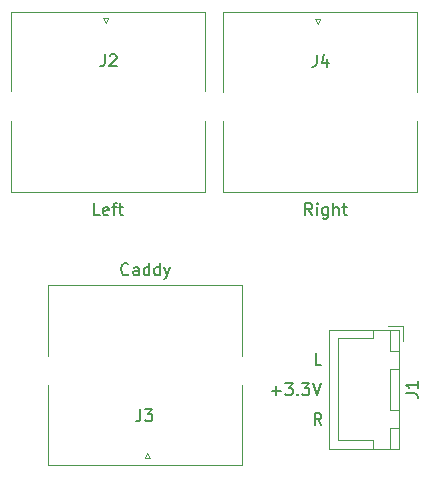
<source format=gbr>
%TF.GenerationSoftware,KiCad,Pcbnew,(6.0.6)*%
%TF.CreationDate,2022-07-09T15:22:20-05:00*%
%TF.ProjectId,Clinic_RJ45_Splitter,436c696e-6963-45f5-924a-34355f53706c,rev?*%
%TF.SameCoordinates,Original*%
%TF.FileFunction,Legend,Top*%
%TF.FilePolarity,Positive*%
%FSLAX46Y46*%
G04 Gerber Fmt 4.6, Leading zero omitted, Abs format (unit mm)*
G04 Created by KiCad (PCBNEW (6.0.6)) date 2022-07-09 15:22:20*
%MOMM*%
%LPD*%
G01*
G04 APERTURE LIST*
%ADD10C,0.150000*%
%ADD11C,0.120000*%
G04 APERTURE END LIST*
D10*
X162234523Y-102052380D02*
X161758333Y-102052380D01*
X161758333Y-101052380D01*
X143454523Y-89352380D02*
X142978333Y-89352380D01*
X142978333Y-88352380D01*
X144168809Y-89304761D02*
X144073571Y-89352380D01*
X143883095Y-89352380D01*
X143787857Y-89304761D01*
X143740238Y-89209523D01*
X143740238Y-88828571D01*
X143787857Y-88733333D01*
X143883095Y-88685714D01*
X144073571Y-88685714D01*
X144168809Y-88733333D01*
X144216428Y-88828571D01*
X144216428Y-88923809D01*
X143740238Y-89019047D01*
X144502142Y-88685714D02*
X144883095Y-88685714D01*
X144645000Y-89352380D02*
X144645000Y-88495238D01*
X144692619Y-88400000D01*
X144787857Y-88352380D01*
X144883095Y-88352380D01*
X145073571Y-88685714D02*
X145454523Y-88685714D01*
X145216428Y-88352380D02*
X145216428Y-89209523D01*
X145264047Y-89304761D01*
X145359285Y-89352380D01*
X145454523Y-89352380D01*
X161440952Y-89352380D02*
X161107619Y-88876190D01*
X160869523Y-89352380D02*
X160869523Y-88352380D01*
X161250476Y-88352380D01*
X161345714Y-88400000D01*
X161393333Y-88447619D01*
X161440952Y-88542857D01*
X161440952Y-88685714D01*
X161393333Y-88780952D01*
X161345714Y-88828571D01*
X161250476Y-88876190D01*
X160869523Y-88876190D01*
X161869523Y-89352380D02*
X161869523Y-88685714D01*
X161869523Y-88352380D02*
X161821904Y-88400000D01*
X161869523Y-88447619D01*
X161917142Y-88400000D01*
X161869523Y-88352380D01*
X161869523Y-88447619D01*
X162774285Y-88685714D02*
X162774285Y-89495238D01*
X162726666Y-89590476D01*
X162679047Y-89638095D01*
X162583809Y-89685714D01*
X162440952Y-89685714D01*
X162345714Y-89638095D01*
X162774285Y-89304761D02*
X162679047Y-89352380D01*
X162488571Y-89352380D01*
X162393333Y-89304761D01*
X162345714Y-89257142D01*
X162298095Y-89161904D01*
X162298095Y-88876190D01*
X162345714Y-88780952D01*
X162393333Y-88733333D01*
X162488571Y-88685714D01*
X162679047Y-88685714D01*
X162774285Y-88733333D01*
X163250476Y-89352380D02*
X163250476Y-88352380D01*
X163679047Y-89352380D02*
X163679047Y-88828571D01*
X163631428Y-88733333D01*
X163536190Y-88685714D01*
X163393333Y-88685714D01*
X163298095Y-88733333D01*
X163250476Y-88780952D01*
X164012380Y-88685714D02*
X164393333Y-88685714D01*
X164155238Y-88352380D02*
X164155238Y-89209523D01*
X164202857Y-89304761D01*
X164298095Y-89352380D01*
X164393333Y-89352380D01*
X158020000Y-104211428D02*
X158781904Y-104211428D01*
X158400952Y-104592380D02*
X158400952Y-103830476D01*
X159162857Y-103592380D02*
X159781904Y-103592380D01*
X159448571Y-103973333D01*
X159591428Y-103973333D01*
X159686666Y-104020952D01*
X159734285Y-104068571D01*
X159781904Y-104163809D01*
X159781904Y-104401904D01*
X159734285Y-104497142D01*
X159686666Y-104544761D01*
X159591428Y-104592380D01*
X159305714Y-104592380D01*
X159210476Y-104544761D01*
X159162857Y-104497142D01*
X160210476Y-104497142D02*
X160258095Y-104544761D01*
X160210476Y-104592380D01*
X160162857Y-104544761D01*
X160210476Y-104497142D01*
X160210476Y-104592380D01*
X160591428Y-103592380D02*
X161210476Y-103592380D01*
X160877142Y-103973333D01*
X161020000Y-103973333D01*
X161115238Y-104020952D01*
X161162857Y-104068571D01*
X161210476Y-104163809D01*
X161210476Y-104401904D01*
X161162857Y-104497142D01*
X161115238Y-104544761D01*
X161020000Y-104592380D01*
X160734285Y-104592380D01*
X160639047Y-104544761D01*
X160591428Y-104497142D01*
X161496190Y-103592380D02*
X161829523Y-104592380D01*
X162162857Y-103592380D01*
X162234523Y-107132380D02*
X161901190Y-106656190D01*
X161663095Y-107132380D02*
X161663095Y-106132380D01*
X162044047Y-106132380D01*
X162139285Y-106180000D01*
X162186904Y-106227619D01*
X162234523Y-106322857D01*
X162234523Y-106465714D01*
X162186904Y-106560952D01*
X162139285Y-106608571D01*
X162044047Y-106656190D01*
X161663095Y-106656190D01*
X145891428Y-94337142D02*
X145843809Y-94384761D01*
X145700952Y-94432380D01*
X145605714Y-94432380D01*
X145462857Y-94384761D01*
X145367619Y-94289523D01*
X145320000Y-94194285D01*
X145272380Y-94003809D01*
X145272380Y-93860952D01*
X145320000Y-93670476D01*
X145367619Y-93575238D01*
X145462857Y-93480000D01*
X145605714Y-93432380D01*
X145700952Y-93432380D01*
X145843809Y-93480000D01*
X145891428Y-93527619D01*
X146748571Y-94432380D02*
X146748571Y-93908571D01*
X146700952Y-93813333D01*
X146605714Y-93765714D01*
X146415238Y-93765714D01*
X146320000Y-93813333D01*
X146748571Y-94384761D02*
X146653333Y-94432380D01*
X146415238Y-94432380D01*
X146320000Y-94384761D01*
X146272380Y-94289523D01*
X146272380Y-94194285D01*
X146320000Y-94099047D01*
X146415238Y-94051428D01*
X146653333Y-94051428D01*
X146748571Y-94003809D01*
X147653333Y-94432380D02*
X147653333Y-93432380D01*
X147653333Y-94384761D02*
X147558095Y-94432380D01*
X147367619Y-94432380D01*
X147272380Y-94384761D01*
X147224761Y-94337142D01*
X147177142Y-94241904D01*
X147177142Y-93956190D01*
X147224761Y-93860952D01*
X147272380Y-93813333D01*
X147367619Y-93765714D01*
X147558095Y-93765714D01*
X147653333Y-93813333D01*
X148558095Y-94432380D02*
X148558095Y-93432380D01*
X148558095Y-94384761D02*
X148462857Y-94432380D01*
X148272380Y-94432380D01*
X148177142Y-94384761D01*
X148129523Y-94337142D01*
X148081904Y-94241904D01*
X148081904Y-93956190D01*
X148129523Y-93860952D01*
X148177142Y-93813333D01*
X148272380Y-93765714D01*
X148462857Y-93765714D01*
X148558095Y-93813333D01*
X148939047Y-93765714D02*
X149177142Y-94432380D01*
X149415238Y-93765714D02*
X149177142Y-94432380D01*
X149081904Y-94670476D01*
X149034285Y-94718095D01*
X148939047Y-94765714D01*
%TO.C,J4*%
X161820266Y-75784460D02*
X161820266Y-76498746D01*
X161772647Y-76641603D01*
X161677409Y-76736841D01*
X161534552Y-76784460D01*
X161439314Y-76784460D01*
X162725028Y-76117794D02*
X162725028Y-76784460D01*
X162486933Y-75736841D02*
X162248838Y-76451127D01*
X162867885Y-76451127D01*
%TO.C,J2*%
X143890946Y-75749900D02*
X143890946Y-76464186D01*
X143843327Y-76607043D01*
X143748089Y-76702281D01*
X143605232Y-76749900D01*
X143509994Y-76749900D01*
X144319518Y-75845139D02*
X144367137Y-75797520D01*
X144462375Y-75749900D01*
X144700470Y-75749900D01*
X144795708Y-75797520D01*
X144843327Y-75845139D01*
X144890946Y-75940377D01*
X144890946Y-76035615D01*
X144843327Y-76178472D01*
X144271899Y-76749900D01*
X144890946Y-76749900D01*
%TO.C,J1*%
X169372380Y-104433333D02*
X170086666Y-104433333D01*
X170229523Y-104480952D01*
X170324761Y-104576190D01*
X170372380Y-104719047D01*
X170372380Y-104814285D01*
X170372380Y-103433333D02*
X170372380Y-104004761D01*
X170372380Y-103719047D02*
X169372380Y-103719047D01*
X169515238Y-103814285D01*
X169610476Y-103909523D01*
X169658095Y-104004761D01*
%TO.C,J3*%
X146907386Y-105804720D02*
X146907386Y-106519006D01*
X146859767Y-106661863D01*
X146764529Y-106757101D01*
X146621672Y-106804720D01*
X146526434Y-106804720D01*
X147288339Y-105804720D02*
X147907386Y-105804720D01*
X147574053Y-106185673D01*
X147716910Y-106185673D01*
X147812148Y-106233292D01*
X147859767Y-106280911D01*
X147907386Y-106376149D01*
X147907386Y-106614244D01*
X147859767Y-106709482D01*
X147812148Y-106757101D01*
X147716910Y-106804720D01*
X147431196Y-106804720D01*
X147335958Y-106757101D01*
X147288339Y-106709482D01*
D11*
%TO.C,J4*%
X162118040Y-72730360D02*
X161678620Y-72730360D01*
X170279060Y-78910180D02*
X170280940Y-72179180D01*
X170280940Y-72179180D02*
X153870940Y-72179180D01*
X170280940Y-87419180D02*
X170280940Y-81407000D01*
X161904680Y-73162160D02*
X162118040Y-72730360D01*
X153869060Y-78910180D02*
X153870940Y-72179180D01*
X161678620Y-72730360D02*
X161904680Y-73162160D01*
X153870940Y-87419180D02*
X153870940Y-81407000D01*
X170280940Y-87419180D02*
X153870940Y-87419180D01*
%TO.C,J2*%
X135941620Y-87384620D02*
X135941620Y-81372440D01*
X152351620Y-87384620D02*
X152351620Y-81372440D01*
X143749300Y-72695800D02*
X143975360Y-73127600D01*
X152351620Y-87384620D02*
X135941620Y-87384620D01*
X143975360Y-73127600D02*
X144188720Y-72695800D01*
X152349740Y-78875620D02*
X152351620Y-72144620D01*
X152351620Y-72144620D02*
X135941620Y-72144620D01*
X144188720Y-72695800D02*
X143749300Y-72695800D01*
X135939740Y-78875620D02*
X135941620Y-72144620D01*
%TO.C,J1*%
X168820000Y-99050000D02*
X168070000Y-99050000D01*
X168830000Y-99040000D02*
X162860000Y-99040000D01*
X168070000Y-109150000D02*
X168820000Y-109150000D01*
X166570000Y-99050000D02*
X166570000Y-99800000D01*
X169120000Y-100000000D02*
X169120000Y-98750000D01*
X168820000Y-107350000D02*
X168070000Y-107350000D01*
X162860000Y-109160000D02*
X168830000Y-109160000D01*
X166570000Y-99800000D02*
X163620000Y-99800000D01*
X168820000Y-102350000D02*
X168070000Y-102350000D01*
X168070000Y-99050000D02*
X168070000Y-100850000D01*
X166570000Y-108400000D02*
X163620000Y-108400000D01*
X168070000Y-107350000D02*
X168070000Y-109150000D01*
X168070000Y-102350000D02*
X168070000Y-105850000D01*
X169120000Y-98750000D02*
X167870000Y-98750000D01*
X163620000Y-99800000D02*
X163620000Y-104100000D01*
X168820000Y-100850000D02*
X168820000Y-99050000D01*
X163620000Y-108400000D02*
X163620000Y-104100000D01*
X162860000Y-99040000D02*
X162860000Y-109160000D01*
X166570000Y-109150000D02*
X166570000Y-108400000D01*
X168830000Y-109160000D02*
X168830000Y-99040000D01*
X168070000Y-100850000D02*
X168820000Y-100850000D01*
X168820000Y-109150000D02*
X168820000Y-107350000D01*
X168820000Y-105850000D02*
X168820000Y-102350000D01*
X168070000Y-105850000D02*
X168820000Y-105850000D01*
%TO.C,J3*%
X147715700Y-109954060D02*
X147489640Y-109522260D01*
X139113380Y-95265240D02*
X155523380Y-95265240D01*
X139113380Y-95265240D02*
X139113380Y-101277420D01*
X155523380Y-95265240D02*
X155523380Y-101277420D01*
X139115260Y-103774240D02*
X139113380Y-110505240D01*
X155525260Y-103774240D02*
X155523380Y-110505240D01*
X147489640Y-109522260D02*
X147276280Y-109954060D01*
X147276280Y-109954060D02*
X147715700Y-109954060D01*
X139113380Y-110505240D02*
X155523380Y-110505240D01*
%TD*%
M02*

</source>
